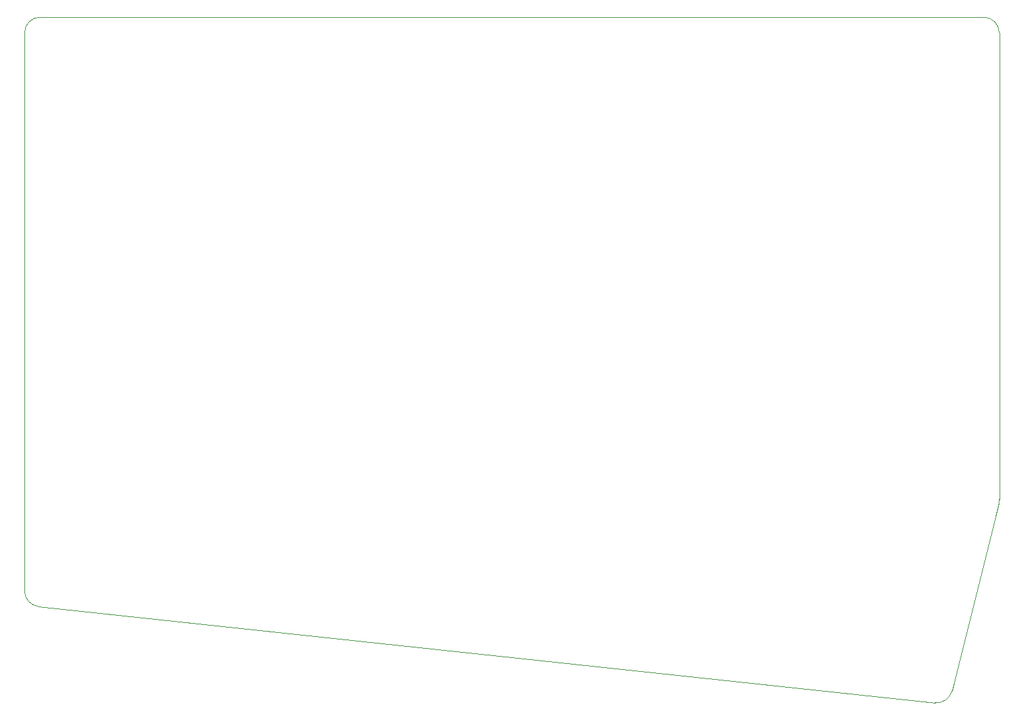
<source format=gbr>
G04 #@! TF.GenerationSoftware,KiCad,Pcbnew,(5.1.2)-2*
G04 #@! TF.CreationDate,2020-04-16T23:41:07+09:00*
G04 #@! TF.ProjectId,17mm bottom plate,31376d6d-2062-46f7-9474-6f6d20706c61,rev?*
G04 #@! TF.SameCoordinates,Original*
G04 #@! TF.FileFunction,Profile,NP*
%FSLAX46Y46*%
G04 Gerber Fmt 4.6, Leading zero omitted, Abs format (unit mm)*
G04 Created by KiCad (PCBNEW (5.1.2)-2) date 2020-04-16 23:41:07*
%MOMM*%
%LPD*%
G04 APERTURE LIST*
%ADD10C,0.050000*%
G04 APERTURE END LIST*
D10*
X223000000Y-60000000D02*
G75*
G02X225000000Y-62000000I0J-2000000D01*
G01*
X100000000Y-62000000D02*
G75*
G02X102000000Y-60000000I2000000J0D01*
G01*
X101790110Y-135598956D02*
G75*
G02X100000000Y-133610000I209890J1988956D01*
G01*
X218930121Y-146440030D02*
G75*
G02X216780001Y-147939999I-1940121J490030D01*
G01*
X224998498Y-121859999D02*
G75*
G02X224939999Y-122339999I-1998498J-1D01*
G01*
X223000000Y-60000000D02*
X102000000Y-60000000D01*
X225000000Y-121860000D02*
X225000000Y-62000000D01*
X218930000Y-146440000D02*
X224940000Y-122340000D01*
X101790000Y-135600000D02*
X216780000Y-147940000D01*
X100000000Y-62000000D02*
X100000000Y-133610000D01*
M02*

</source>
